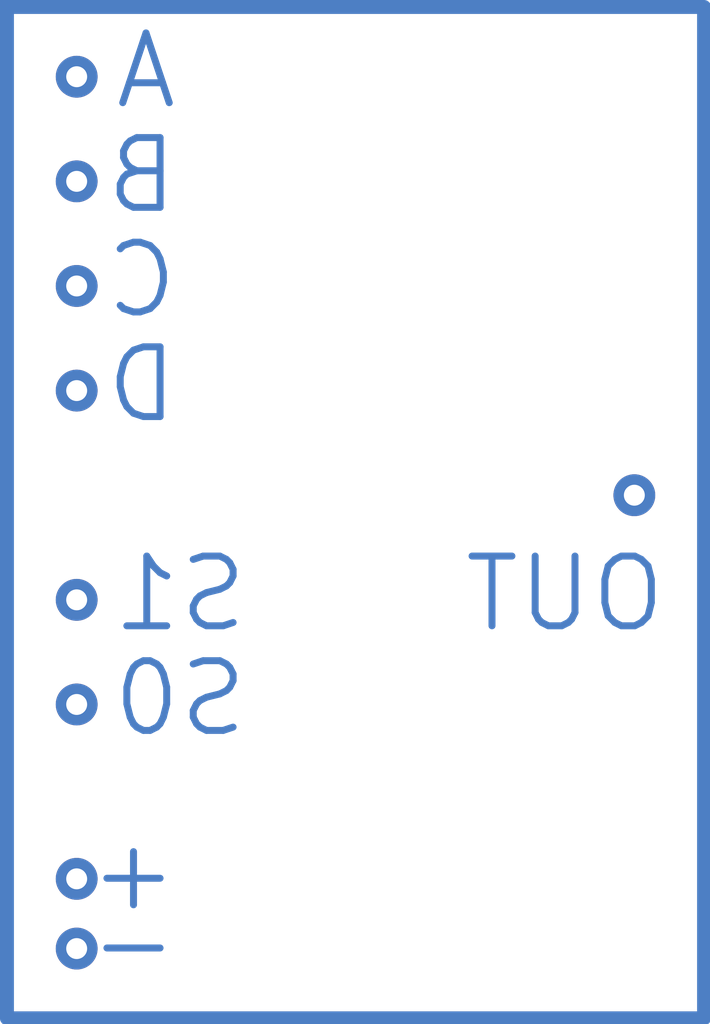
<source format=kicad_pcb>
(kicad_pcb
	(version 20241229)
	(generator "pcbnew")
	(generator_version "9.0")
	(general
		(thickness 1.6)
		(legacy_teardrops no)
	)
	(paper "A4")
	(layers
		(0 "F.Cu" signal)
		(2 "B.Cu" signal)
		(9 "F.Adhes" user "F.Adhesive")
		(11 "B.Adhes" user "B.Adhesive")
		(13 "F.Paste" user)
		(15 "B.Paste" user)
		(5 "F.SilkS" user "F.Silkscreen")
		(7 "B.SilkS" user "B.Silkscreen")
		(1 "F.Mask" user)
		(3 "B.Mask" user)
		(17 "Dwgs.User" user "User.Drawings")
		(19 "Cmts.User" user "User.Comments")
		(21 "Eco1.User" user "User.Eco1")
		(23 "Eco2.User" user "User.Eco2")
		(25 "Edge.Cuts" user)
		(27 "Margin" user)
		(31 "F.CrtYd" user "F.Courtyard")
		(29 "B.CrtYd" user "B.Courtyard")
		(35 "F.Fab" user)
		(33 "B.Fab" user)
		(39 "User.1" user)
		(41 "User.2" user)
		(43 "User.3" user)
		(45 "User.4" user)
	)
	(setup
		(pad_to_mask_clearance 0)
		(allow_soldermask_bridges_in_footprints no)
		(tenting front back)
		(pcbplotparams
			(layerselection 0x00000000_00000000_55555555_5755f5ff)
			(plot_on_all_layers_selection 0x00000000_00000000_00000000_00000000)
			(disableapertmacros no)
			(usegerberextensions no)
			(usegerberattributes yes)
			(usegerberadvancedattributes yes)
			(creategerberjobfile yes)
			(dashed_line_dash_ratio 12.000000)
			(dashed_line_gap_ratio 3.000000)
			(svgprecision 4)
			(plotframeref no)
			(mode 1)
			(useauxorigin no)
			(hpglpennumber 1)
			(hpglpenspeed 20)
			(hpglpendiameter 15.000000)
			(pdf_front_fp_property_popups yes)
			(pdf_back_fp_property_popups yes)
			(pdf_metadata yes)
			(pdf_single_document no)
			(dxfpolygonmode yes)
			(dxfimperialunits yes)
			(dxfusepcbnewfont yes)
			(psnegative no)
			(psa4output no)
			(plot_black_and_white yes)
			(sketchpadsonfab no)
			(plotpadnumbers no)
			(hidednponfab no)
			(sketchdnponfab yes)
			(crossoutdnponfab yes)
			(subtractmaskfromsilk no)
			(outputformat 1)
			(mirror no)
			(drillshape 1)
			(scaleselection 1)
			(outputdirectory "")
		)
	)
	(net 0 "")
	(gr_rect
		(start 100 50)
		(end 110 64.5)
		(stroke
			(width 0.2)
			(type default)
		)
		(fill no)
		(layer "B.Cu")
		(uuid "b179196d-f741-41af-bfe8-c8fbbfe03e52")
	)
	(gr_text "OUT\n"
		(at 109.5 59 0)
		(layer "B.Cu")
		(uuid "04081648-ca70-4d17-b72e-c107417fa97c")
		(effects
			(font
				(size 1 1)
				(thickness 0.1)
			)
			(justify left bottom mirror)
		)
	)
	(gr_text "A"
		(at 101.5 51.5 0)
		(layer "B.Cu")
		(uuid "2d9dfa8f-f011-4bd1-8173-cf94a1aa2387")
		(effects
			(font
				(size 1 1)
				(thickness 0.1)
			)
			(justify left bottom)
		)
	)
	(gr_text "S0\n"
		(at 103.5 60.5 0)
		(layer "B.Cu")
		(uuid "41a2871e-03ab-4d3e-a076-23d6407987ef")
		(effects
			(font
				(size 1 1)
				(thickness 0.1)
			)
			(justify left bottom mirror)
		)
	)
	(gr_text "B"
		(at 102.5 53 0)
		(layer "B.Cu")
		(uuid "455816fd-0d0a-49d0-a029-4d5f328289f1")
		(effects
			(font
				(size 1 1)
				(thickness 0.1)
			)
			(justify left bottom mirror)
		)
	)
	(gr_text "S1"
		(at 103.5 59 0)
		(layer "B.Cu")
		(uuid "66a2bbaf-1e60-43e2-8d31-43fdb3fceb9b")
		(effects
			(font
				(size 1 1)
				(thickness 0.1)
			)
			(justify left bottom mirror)
		)
	)
	(gr_text "D"
		(at 102.5 56 0)
		(layer "B.Cu")
		(uuid "6afecd14-54b3-4c78-ba2e-663f6e5317d2")
		(effects
			(font
				(size 1 1)
				(thickness 0.1)
			)
			(justify left bottom mirror)
		)
	)
	(gr_text "+"
		(at 102.5 63 0)
		(layer "B.Cu")
		(uuid "b6543554-40b5-4cfc-9a64-56d754fc7523")
		(effects
			(font
				(size 1 1)
				(thickness 0.1)
			)
			(justify left bottom mirror)
		)
	)
	(gr_text "C"
		(at 102.5 54.5 0)
		(layer "B.Cu")
		(uuid "e58166c8-ccb5-4380-bc7e-8ed9f14cfbee")
		(effects
			(font
				(size 1 1)
				(thickness 0.1)
			)
			(justify left bottom mirror)
		)
	)
	(gr_text "-"
		(at 102.5 64 0)
		(layer "B.Cu")
		(uuid "fc01db60-4f3a-4ae3-adb3-f5f95f8869f2")
		(effects
			(font
				(size 1 1)
				(thickness 0.1)
			)
			(justify left bottom mirror)
		)
	)
	(via
		(at 101 60)
		(size 0.6)
		(drill 0.3)
		(layers "F.Cu" "B.Cu")
		(net 0)
		(uuid "05247433-b989-4377-849a-2f305b25ac16")
	)
	(via
		(at 101 58.5)
		(size 0.6)
		(drill 0.3)
		(layers "F.Cu" "B.Cu")
		(net 0)
		(uuid "07be9a15-2cdf-4874-b722-7ec8805b00d6")
	)
	(via
		(at 109 57)
		(size 0.6)
		(drill 0.3)
		(layers "F.Cu" "B.Cu")
		(net 0)
		(uuid "1ed75218-d2e1-421a-adf3-fb61c777f648")
	)
	(via
		(at 101 51)
		(size 0.6)
		(drill 0.3)
		(layers "F.Cu" "B.Cu")
		(net 0)
		(uuid "6ba813a4-31ab-4421-baa0-a592e3a4a273")
	)
	(via
		(at 101 52.5)
		(size 0.6)
		(drill 0.3)
		(layers "F.Cu" "B.Cu")
		(net 0)
		(uuid "81ce2bab-e192-41ce-b465-02c373047104")
	)
	(via
		(at 101 62.5)
		(size 0.6)
		(drill 0.3)
		(layers "F.Cu" "B.Cu")
		(net 0)
		(uuid "97fc2f4b-aad4-48cf-84f7-c830bd95e977")
	)
	(via
		(at 101 54)
		(size 0.6)
		(drill 0.3)
		(layers "F.Cu" "B.Cu")
		(net 0)
		(uuid "b4b8d298-3dd5-4bb0-b8d7-620543896189")
	)
	(via
		(at 101 55.5)
		(size 0.6)
		(drill 0.3)
		(layers "F.Cu" "B.Cu")
		(net 0)
		(uuid "b7a9ffac-147b-4b79-bbcb-400971bf66f0")
	)
	(via
		(at 101 63.5)
		(size 0.6)
		(drill 0.3)
		(layers "F.Cu" "B.Cu")
		(net 0)
		(uuid "d42a6f84-3035-44cf-90da-f7a5939e7289")
	)
	(embedded_fonts no)
)

</source>
